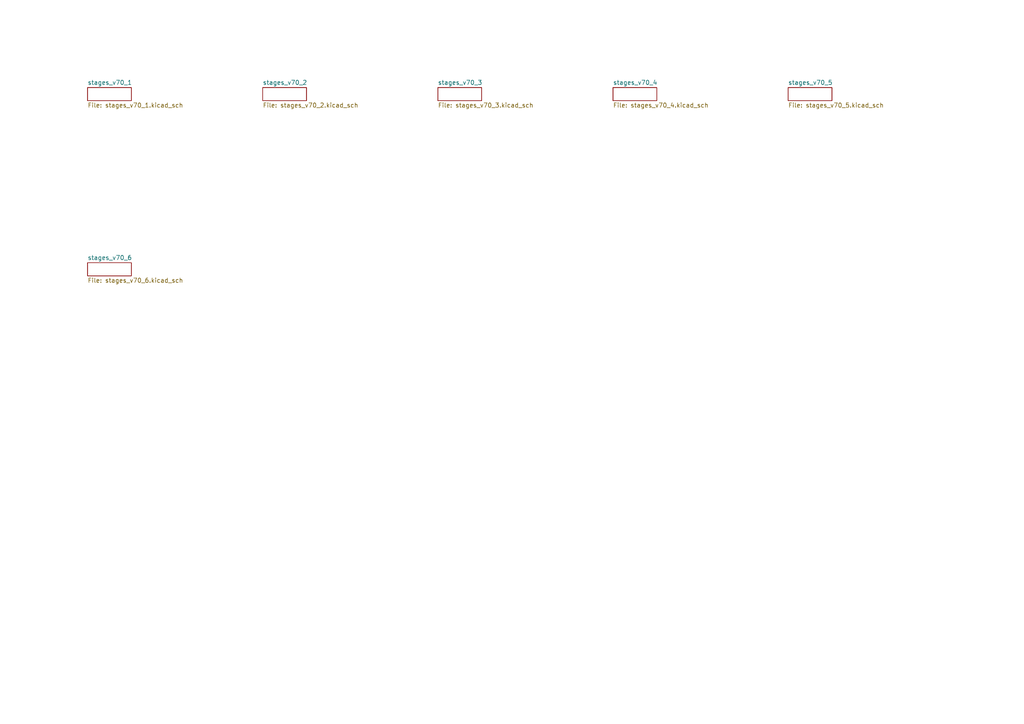
<source format=kicad_sch>
(kicad_sch (version 20211123) (generator eeschema)
  (paper "A4")
  (lib_symbols)
  (sheet (at 76.2 25.4) (size 12.7 3.81)
    (property "Sheet name" "stages_v70_2" (at 76.2 24.6884 0) (effects (justify left bottom)))
    (property "Sheet file" "stages_v70_2.kicad_sch" (at 76.2 29.7946 0) (effects (justify left top)))
  )
  (sheet (at 25.4 76.2) (size 12.7 3.81)
    (property "Sheet name" "stages_v70_6" (at 25.4 75.4884 0) (effects (justify left bottom)))
    (property "Sheet file" "stages_v70_6.kicad_sch" (at 25.4 80.5946 0) (effects (justify left top)))
  )
  (sheet (at 177.8 25.4) (size 12.7 3.81)
    (property "Sheet name" "stages_v70_4" (at 177.8 24.6884 0) (effects (justify left bottom)))
    (property "Sheet file" "stages_v70_4.kicad_sch" (at 177.8 29.7946 0) (effects (justify left top)))
  )
  (sheet (at 127 25.4) (size 12.7 3.81)
    (property "Sheet name" "stages_v70_3" (at 127 24.6884 0) (effects (justify left bottom)))
    (property "Sheet file" "stages_v70_3.kicad_sch" (at 127 29.7946 0) (effects (justify left top)))
  )
  (sheet (at 228.6 25.4) (size 12.7 3.81)
    (property "Sheet name" "stages_v70_5" (at 228.6 24.6884 0) (effects (justify left bottom)))
    (property "Sheet file" "stages_v70_5.kicad_sch" (at 228.6 29.7946 0) (effects (justify left top)))
  )
  (sheet (at 25.4 25.4) (size 12.7 3.81)
    (property "Sheet name" "stages_v70_1" (at 25.4 24.6884 0) (effects (justify left bottom)))
    (property "Sheet file" "stages_v70_1.kicad_sch" (at 25.4 29.7946 0) (effects (justify left top)))
  )
)
</source>
